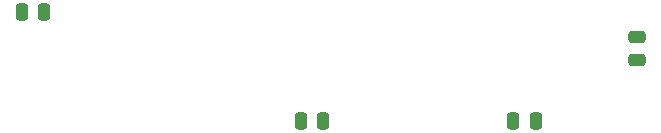
<source format=gbp>
G04 #@! TF.GenerationSoftware,KiCad,Pcbnew,(6.0.10)*
G04 #@! TF.CreationDate,2023-02-04T10:39:24-08:00*
G04 #@! TF.ProjectId,unified_elec_steering,756e6966-6965-4645-9f65-6c65635f7374,rev?*
G04 #@! TF.SameCoordinates,Original*
G04 #@! TF.FileFunction,Paste,Bot*
G04 #@! TF.FilePolarity,Positive*
%FSLAX46Y46*%
G04 Gerber Fmt 4.6, Leading zero omitted, Abs format (unit mm)*
G04 Created by KiCad (PCBNEW (6.0.10)) date 2023-02-04 10:39:24*
%MOMM*%
%LPD*%
G01*
G04 APERTURE LIST*
G04 Aperture macros list*
%AMRoundRect*
0 Rectangle with rounded corners*
0 $1 Rounding radius*
0 $2 $3 $4 $5 $6 $7 $8 $9 X,Y pos of 4 corners*
0 Add a 4 corners polygon primitive as box body*
4,1,4,$2,$3,$4,$5,$6,$7,$8,$9,$2,$3,0*
0 Add four circle primitives for the rounded corners*
1,1,$1+$1,$2,$3*
1,1,$1+$1,$4,$5*
1,1,$1+$1,$6,$7*
1,1,$1+$1,$8,$9*
0 Add four rect primitives between the rounded corners*
20,1,$1+$1,$2,$3,$4,$5,0*
20,1,$1+$1,$4,$5,$6,$7,0*
20,1,$1+$1,$6,$7,$8,$9,0*
20,1,$1+$1,$8,$9,$2,$3,0*%
G04 Aperture macros list end*
%ADD10RoundRect,0.250000X0.250000X0.475000X-0.250000X0.475000X-0.250000X-0.475000X0.250000X-0.475000X0*%
%ADD11RoundRect,0.250000X-0.475000X0.250000X-0.475000X-0.250000X0.475000X-0.250000X0.475000X0.250000X0*%
G04 APERTURE END LIST*
D10*
X5486400Y-31724600D03*
X3586400Y-31724600D03*
X-12512000Y-31724600D03*
X-14412000Y-31724600D03*
X-36134000Y-22453600D03*
X-38034000Y-22453600D03*
D11*
X14071600Y-24602400D03*
X14071600Y-26502400D03*
M02*

</source>
